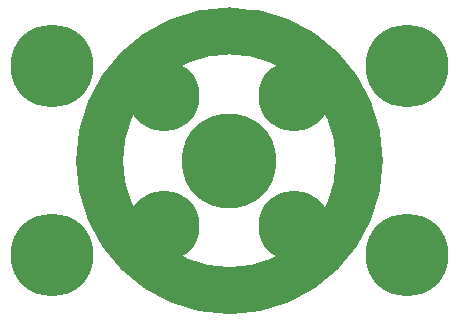
<source format=gbs>
G04 #@! TF.GenerationSoftware,KiCad,Pcbnew,5.1.9+dfsg1-1*
G04 #@! TF.CreationDate,2023-01-27T15:40:16+09:00*
G04 #@! TF.ProjectId,bottom,626f7474-6f6d-42e6-9b69-6361645f7063,rev?*
G04 #@! TF.SameCoordinates,Original*
G04 #@! TF.FileFunction,Soldermask,Bot*
G04 #@! TF.FilePolarity,Negative*
%FSLAX46Y46*%
G04 Gerber Fmt 4.6, Leading zero omitted, Abs format (unit mm)*
G04 Created by KiCad (PCBNEW 5.1.9+dfsg1-1) date 2023-01-27 15:40:16*
%MOMM*%
%LPD*%
G01*
G04 APERTURE LIST*
%ADD10C,4.000000*%
%ADD11C,7.000000*%
%ADD12C,6.000000*%
%ADD13C,8.000000*%
G04 APERTURE END LIST*
D10*
X154000000Y-103000000D02*
G75*
G03*
X154000000Y-103000000I-11000000J0D01*
G01*
D11*
X128000000Y-95000000D03*
X158000000Y-95000000D03*
X158000000Y-111000000D03*
X128000000Y-111000000D03*
D12*
X148500000Y-97500000D03*
X148500000Y-108500000D03*
X137500000Y-108500000D03*
X137500000Y-97500000D03*
D13*
X143000000Y-103000000D03*
M02*

</source>
